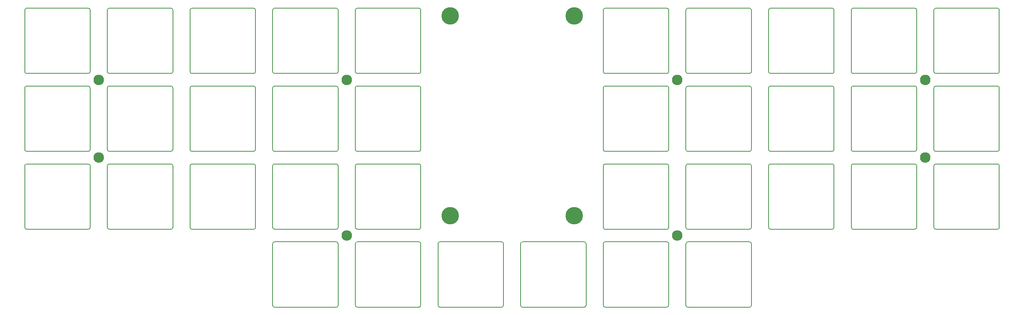
<source format=gbr>
%TF.GenerationSoftware,KiCad,Pcbnew,7.0.1*%
%TF.CreationDate,2023-03-24T14:03:16-04:00*%
%TF.ProjectId,kurp,6b757270-2e6b-4696-9361-645f70636258,v1.0.0*%
%TF.SameCoordinates,Original*%
%TF.FileFunction,Soldermask,Top*%
%TF.FilePolarity,Negative*%
%FSLAX46Y46*%
G04 Gerber Fmt 4.6, Leading zero omitted, Abs format (unit mm)*
G04 Created by KiCad (PCBNEW 7.0.1) date 2023-03-24 14:03:16*
%MOMM*%
%LPD*%
G01*
G04 APERTURE LIST*
%ADD10C,0.150000*%
%ADD11C,3.800000*%
%ADD12C,2.300000*%
G04 APERTURE END LIST*
D10*
X11275000Y-7125000D02*
X24725000Y-7125000D01*
X25125000Y-6725000D02*
X25125000Y6725000D01*
X24725000Y7125000D02*
X11275000Y7125000D01*
X10875000Y6725000D02*
X10875000Y-6725000D01*
X11275000Y9875000D02*
X24725000Y9875000D01*
X25125000Y10275000D02*
X25125000Y23725000D01*
X24725000Y24125000D02*
X11275000Y24125000D01*
X10875000Y23725000D02*
X10875000Y10275000D01*
X11275000Y26875000D02*
X24725000Y26875000D01*
X25125000Y27275000D02*
X25125000Y40725000D01*
X24725000Y41125000D02*
X11275000Y41125000D01*
X10875000Y40725000D02*
X10875000Y27275000D01*
X29275000Y-7125000D02*
X42725000Y-7125000D01*
X43125000Y-6725000D02*
X43125000Y6725000D01*
X42725000Y7125000D02*
X29275000Y7125000D01*
X28875000Y6725000D02*
X28875000Y-6725000D01*
X29275000Y9875000D02*
X42725000Y9875000D01*
X43125000Y10275000D02*
X43125000Y23725000D01*
X42725000Y24125000D02*
X29275000Y24125000D01*
X28875000Y23725000D02*
X28875000Y10275000D01*
X29275000Y26875000D02*
X42725000Y26875000D01*
X43125000Y27275000D02*
X43125000Y40725000D01*
X42725000Y41125000D02*
X29275000Y41125000D01*
X28875000Y40725000D02*
X28875000Y27275000D01*
X47275000Y-7125000D02*
X60725000Y-7125000D01*
X61125000Y-6725000D02*
X61125000Y6725000D01*
X60725000Y7125000D02*
X47275000Y7125000D01*
X46875000Y6725000D02*
X46875000Y-6725000D01*
X47275000Y9875000D02*
X60725000Y9875000D01*
X61125000Y10275000D02*
X61125000Y23725000D01*
X60725000Y24125000D02*
X47275000Y24125000D01*
X46875000Y23725000D02*
X46875000Y10275000D01*
X47275000Y26875000D02*
X60725000Y26875000D01*
X61125000Y27275000D02*
X61125000Y40725000D01*
X60725000Y41125000D02*
X47275000Y41125000D01*
X46875000Y40725000D02*
X46875000Y27275000D01*
X65275000Y-7125000D02*
X78725000Y-7125000D01*
X79125000Y-6725000D02*
X79125000Y6725000D01*
X78725000Y7125000D02*
X65275000Y7125000D01*
X64875000Y6725000D02*
X64875000Y-6725000D01*
X65275000Y9875000D02*
X78725000Y9875000D01*
X79125000Y10275000D02*
X79125000Y23725000D01*
X78725000Y24125000D02*
X65275000Y24125000D01*
X64875000Y23725000D02*
X64875000Y10275000D01*
X65275000Y26875000D02*
X78725000Y26875000D01*
X79125000Y27275000D02*
X79125000Y40725000D01*
X78725000Y41125000D02*
X65275000Y41125000D01*
X64875000Y40725000D02*
X64875000Y27275000D01*
X83275000Y-7125000D02*
X96725000Y-7125000D01*
X97125000Y-6725000D02*
X97125000Y6725000D01*
X96725000Y7125000D02*
X83275000Y7125000D01*
X82875000Y6725000D02*
X82875000Y-6725000D01*
X83275000Y9875000D02*
X96725000Y9875000D01*
X97125000Y10275000D02*
X97125000Y23725000D01*
X96725000Y24125000D02*
X83275000Y24125000D01*
X82875000Y23725000D02*
X82875000Y10275000D01*
X83275000Y26875000D02*
X96725000Y26875000D01*
X97125000Y27275000D02*
X97125000Y40725000D01*
X96725000Y41125000D02*
X83275000Y41125000D01*
X82875000Y40725000D02*
X82875000Y27275000D01*
X65275000Y-24125000D02*
X78725000Y-24125000D01*
X79125000Y-23725000D02*
X79125000Y-10275000D01*
X78725000Y-9875000D02*
X65275000Y-9875000D01*
X64875000Y-10275000D02*
X64875000Y-23725000D01*
X83275000Y-24125000D02*
X96725000Y-24125000D01*
X97125000Y-23725000D02*
X97125000Y-10275000D01*
X96725000Y-9875000D02*
X83275000Y-9875000D01*
X82875000Y-10275000D02*
X82875000Y-23725000D01*
X101275000Y-24125000D02*
X114725000Y-24125000D01*
X115125000Y-23725000D02*
X115125000Y-10275000D01*
X114725000Y-9875000D02*
X101275000Y-9875000D01*
X100875000Y-10275000D02*
X100875000Y-23725000D01*
X209275000Y-7125000D02*
X222725000Y-7125000D01*
X223125000Y-6725000D02*
X223125000Y6725000D01*
X222725000Y7125000D02*
X209275000Y7125000D01*
X208875000Y6725000D02*
X208875000Y-6725000D01*
X209275000Y9875000D02*
X222725000Y9875000D01*
X223125000Y10275000D02*
X223125000Y23725000D01*
X222725000Y24125000D02*
X209275000Y24125000D01*
X208875000Y23725000D02*
X208875000Y10275000D01*
X209275000Y26875000D02*
X222725000Y26875000D01*
X223125000Y27275000D02*
X223125000Y40725000D01*
X222725000Y41125000D02*
X209275000Y41125000D01*
X208875000Y40725000D02*
X208875000Y27275000D01*
X191275000Y-7125000D02*
X204725000Y-7125000D01*
X205125000Y-6725000D02*
X205125000Y6725000D01*
X204725000Y7125000D02*
X191275000Y7125000D01*
X190875000Y6725000D02*
X190875000Y-6725000D01*
X191275000Y9875000D02*
X204725000Y9875000D01*
X205125000Y10275000D02*
X205125000Y23725000D01*
X204725000Y24125000D02*
X191275000Y24125000D01*
X190875000Y23725000D02*
X190875000Y10275000D01*
X191275000Y26875000D02*
X204725000Y26875000D01*
X205125000Y27275000D02*
X205125000Y40725000D01*
X204725000Y41125000D02*
X191275000Y41125000D01*
X190875000Y40725000D02*
X190875000Y27275000D01*
X173275000Y-7125000D02*
X186725000Y-7125000D01*
X187125000Y-6725000D02*
X187125000Y6725000D01*
X186725000Y7125000D02*
X173275000Y7125000D01*
X172875000Y6725000D02*
X172875000Y-6725000D01*
X173275000Y9875000D02*
X186725000Y9875000D01*
X187125000Y10275000D02*
X187125000Y23725000D01*
X186725000Y24125000D02*
X173275000Y24125000D01*
X172875000Y23725000D02*
X172875000Y10275000D01*
X173275000Y26875000D02*
X186725000Y26875000D01*
X187125000Y27275000D02*
X187125000Y40725000D01*
X186725000Y41125000D02*
X173275000Y41125000D01*
X172875000Y40725000D02*
X172875000Y27275000D01*
X155275000Y-7125000D02*
X168725000Y-7125000D01*
X169125000Y-6725000D02*
X169125000Y6725000D01*
X168725000Y7125000D02*
X155275000Y7125000D01*
X154875000Y6725000D02*
X154875000Y-6725000D01*
X155275000Y9875000D02*
X168725000Y9875000D01*
X169125000Y10275000D02*
X169125000Y23725000D01*
X168725000Y24125000D02*
X155275000Y24125000D01*
X154875000Y23725000D02*
X154875000Y10275000D01*
X155275000Y26875000D02*
X168725000Y26875000D01*
X169125000Y27275000D02*
X169125000Y40725000D01*
X168725000Y41125000D02*
X155275000Y41125000D01*
X154875000Y40725000D02*
X154875000Y27275000D01*
X137275000Y-7125000D02*
X150725000Y-7125000D01*
X151125000Y-6725000D02*
X151125000Y6725000D01*
X150725000Y7125000D02*
X137275000Y7125000D01*
X136875000Y6725000D02*
X136875000Y-6725000D01*
X137275000Y9875000D02*
X150725000Y9875000D01*
X151125000Y10275000D02*
X151125000Y23725000D01*
X150725000Y24125000D02*
X137275000Y24125000D01*
X136875000Y23725000D02*
X136875000Y10275000D01*
X137275000Y26875000D02*
X150725000Y26875000D01*
X151125000Y27275000D02*
X151125000Y40725000D01*
X150725000Y41125000D02*
X137275000Y41125000D01*
X136875000Y40725000D02*
X136875000Y27275000D01*
X155275000Y-24125000D02*
X168725000Y-24125000D01*
X169125000Y-23725000D02*
X169125000Y-10275000D01*
X168725000Y-9875000D02*
X155275000Y-9875000D01*
X154875000Y-10275000D02*
X154875000Y-23725000D01*
X137275000Y-24125000D02*
X150725000Y-24125000D01*
X151125000Y-23725000D02*
X151125000Y-10275000D01*
X150725000Y-9875000D02*
X137275000Y-9875000D01*
X136875000Y-10275000D02*
X136875000Y-23725000D01*
X119275000Y-24125000D02*
X132725000Y-24125000D01*
X133125000Y-23725000D02*
X133125000Y-10275000D01*
X132725000Y-9875000D02*
X119275000Y-9875000D01*
X118875000Y-10275000D02*
X118875000Y-23725000D01*
X24725000Y-7125000D02*
G75*
G03*
X25125000Y-6725000I0J400000D01*
G01*
X25125000Y6725000D02*
G75*
G03*
X24725000Y7125000I-400000J0D01*
G01*
X11275000Y7125000D02*
G75*
G03*
X10875000Y6725000I0J-400000D01*
G01*
X10875000Y-6725000D02*
G75*
G03*
X11275000Y-7125000I400000J0D01*
G01*
X24725000Y9875000D02*
G75*
G03*
X25125000Y10275000I0J400000D01*
G01*
X25125000Y23725000D02*
G75*
G03*
X24725000Y24125000I-400000J0D01*
G01*
X11275000Y24125000D02*
G75*
G03*
X10875000Y23725000I0J-400000D01*
G01*
X10875000Y10275000D02*
G75*
G03*
X11275000Y9875000I400000J0D01*
G01*
X24725000Y26875000D02*
G75*
G03*
X25125000Y27275000I0J400000D01*
G01*
X25125000Y40725000D02*
G75*
G03*
X24725000Y41125000I-400000J0D01*
G01*
X11275000Y41125000D02*
G75*
G03*
X10875000Y40725000I0J-400000D01*
G01*
X10875000Y27275000D02*
G75*
G03*
X11275000Y26875000I400000J0D01*
G01*
X42725000Y-7125000D02*
G75*
G03*
X43125000Y-6725000I0J400000D01*
G01*
X43125000Y6725000D02*
G75*
G03*
X42725000Y7125000I-400000J0D01*
G01*
X29275000Y7125000D02*
G75*
G03*
X28875000Y6725000I0J-400000D01*
G01*
X28875000Y-6725000D02*
G75*
G03*
X29275000Y-7125000I400000J0D01*
G01*
X42725000Y9875000D02*
G75*
G03*
X43125000Y10275000I0J400000D01*
G01*
X43125000Y23725000D02*
G75*
G03*
X42725000Y24125000I-400000J0D01*
G01*
X29275000Y24125000D02*
G75*
G03*
X28875000Y23725000I0J-400000D01*
G01*
X28875000Y10275000D02*
G75*
G03*
X29275000Y9875000I400000J0D01*
G01*
X42725000Y26875000D02*
G75*
G03*
X43125000Y27275000I0J400000D01*
G01*
X43125000Y40725000D02*
G75*
G03*
X42725000Y41125000I-400000J0D01*
G01*
X29275000Y41125000D02*
G75*
G03*
X28875000Y40725000I0J-400000D01*
G01*
X28875000Y27275000D02*
G75*
G03*
X29275000Y26875000I400000J0D01*
G01*
X60725000Y-7125000D02*
G75*
G03*
X61125000Y-6725000I0J400000D01*
G01*
X61125000Y6725000D02*
G75*
G03*
X60725000Y7125000I-400000J0D01*
G01*
X47275000Y7125000D02*
G75*
G03*
X46875000Y6725000I0J-400000D01*
G01*
X46875000Y-6725000D02*
G75*
G03*
X47275000Y-7125000I400000J0D01*
G01*
X60725000Y9875000D02*
G75*
G03*
X61125000Y10275000I0J400000D01*
G01*
X61125000Y23725000D02*
G75*
G03*
X60725000Y24125000I-400000J0D01*
G01*
X47275000Y24125000D02*
G75*
G03*
X46875000Y23725000I0J-400000D01*
G01*
X46875000Y10275000D02*
G75*
G03*
X47275000Y9875000I400000J0D01*
G01*
X60725000Y26875000D02*
G75*
G03*
X61125000Y27275000I0J400000D01*
G01*
X61125000Y40725000D02*
G75*
G03*
X60725000Y41125000I-400000J0D01*
G01*
X47275000Y41125000D02*
G75*
G03*
X46875000Y40725000I0J-400000D01*
G01*
X46875000Y27275000D02*
G75*
G03*
X47275000Y26875000I400000J0D01*
G01*
X78725000Y-7125000D02*
G75*
G03*
X79125000Y-6725000I0J400000D01*
G01*
X79125000Y6725000D02*
G75*
G03*
X78725000Y7125000I-400000J0D01*
G01*
X65275000Y7125000D02*
G75*
G03*
X64875000Y6725000I0J-400000D01*
G01*
X64875000Y-6725000D02*
G75*
G03*
X65275000Y-7125000I400000J0D01*
G01*
X78725000Y9875000D02*
G75*
G03*
X79125000Y10275000I0J400000D01*
G01*
X79125000Y23725000D02*
G75*
G03*
X78725000Y24125000I-400000J0D01*
G01*
X65275000Y24125000D02*
G75*
G03*
X64875000Y23725000I0J-400000D01*
G01*
X64875000Y10275000D02*
G75*
G03*
X65275000Y9875000I400000J0D01*
G01*
X78725000Y26875000D02*
G75*
G03*
X79125000Y27275000I0J400000D01*
G01*
X79125000Y40725000D02*
G75*
G03*
X78725000Y41125000I-400000J0D01*
G01*
X65275000Y41125000D02*
G75*
G03*
X64875000Y40725000I0J-400000D01*
G01*
X64875000Y27275000D02*
G75*
G03*
X65275000Y26875000I400000J0D01*
G01*
X96725000Y-7125000D02*
G75*
G03*
X97125000Y-6725000I0J400000D01*
G01*
X97125000Y6725000D02*
G75*
G03*
X96725000Y7125000I-400000J0D01*
G01*
X83275000Y7125000D02*
G75*
G03*
X82875000Y6725000I0J-400000D01*
G01*
X82875000Y-6725000D02*
G75*
G03*
X83275000Y-7125000I400000J0D01*
G01*
X96725000Y9875000D02*
G75*
G03*
X97125000Y10275000I0J400000D01*
G01*
X97125000Y23725000D02*
G75*
G03*
X96725000Y24125000I-400000J0D01*
G01*
X83275000Y24125000D02*
G75*
G03*
X82875000Y23725000I0J-400000D01*
G01*
X82875000Y10275000D02*
G75*
G03*
X83275000Y9875000I400000J0D01*
G01*
X96725000Y26875000D02*
G75*
G03*
X97125000Y27275000I0J400000D01*
G01*
X97125000Y40725000D02*
G75*
G03*
X96725000Y41125000I-400000J0D01*
G01*
X83275000Y41125000D02*
G75*
G03*
X82875000Y40725000I0J-400000D01*
G01*
X82875000Y27275000D02*
G75*
G03*
X83275000Y26875000I400000J0D01*
G01*
X78725000Y-24125000D02*
G75*
G03*
X79125000Y-23725000I0J400000D01*
G01*
X79125000Y-10275000D02*
G75*
G03*
X78725000Y-9875000I-400000J0D01*
G01*
X65275000Y-9875000D02*
G75*
G03*
X64875000Y-10275000I0J-400000D01*
G01*
X64875000Y-23725000D02*
G75*
G03*
X65275000Y-24125000I400000J0D01*
G01*
X96725000Y-24125000D02*
G75*
G03*
X97125000Y-23725000I0J400000D01*
G01*
X97125000Y-10275000D02*
G75*
G03*
X96725000Y-9875000I-400000J0D01*
G01*
X83275000Y-9875000D02*
G75*
G03*
X82875000Y-10275000I0J-400000D01*
G01*
X82875000Y-23725000D02*
G75*
G03*
X83275000Y-24125000I400000J0D01*
G01*
X114725000Y-24125000D02*
G75*
G03*
X115125000Y-23725000I0J400000D01*
G01*
X115125000Y-10275000D02*
G75*
G03*
X114725000Y-9875000I-400000J0D01*
G01*
X101275000Y-9875000D02*
G75*
G03*
X100875000Y-10275000I0J-400000D01*
G01*
X100875000Y-23725000D02*
G75*
G03*
X101275000Y-24125000I400000J0D01*
G01*
X222725000Y-7125000D02*
G75*
G03*
X223125000Y-6725000I0J400000D01*
G01*
X223125000Y6725000D02*
G75*
G03*
X222725000Y7125000I-400000J0D01*
G01*
X209275000Y7125000D02*
G75*
G03*
X208875000Y6725000I0J-400000D01*
G01*
X208875000Y-6725000D02*
G75*
G03*
X209275000Y-7125000I400000J0D01*
G01*
X222725000Y9875000D02*
G75*
G03*
X223125000Y10275000I0J400000D01*
G01*
X223125000Y23725000D02*
G75*
G03*
X222725000Y24125000I-400000J0D01*
G01*
X209275000Y24125000D02*
G75*
G03*
X208875000Y23725000I0J-400000D01*
G01*
X208875000Y10275000D02*
G75*
G03*
X209275000Y9875000I400000J0D01*
G01*
X222725000Y26875000D02*
G75*
G03*
X223125000Y27275000I0J400000D01*
G01*
X223125000Y40725000D02*
G75*
G03*
X222725000Y41125000I-400000J0D01*
G01*
X209275000Y41125000D02*
G75*
G03*
X208875000Y40725000I0J-400000D01*
G01*
X208875000Y27275000D02*
G75*
G03*
X209275000Y26875000I400000J0D01*
G01*
X204725000Y-7125000D02*
G75*
G03*
X205125000Y-6725000I0J400000D01*
G01*
X205125000Y6725000D02*
G75*
G03*
X204725000Y7125000I-400000J0D01*
G01*
X191275000Y7125000D02*
G75*
G03*
X190875000Y6725000I0J-400000D01*
G01*
X190875000Y-6725000D02*
G75*
G03*
X191275000Y-7125000I400000J0D01*
G01*
X204725000Y9875000D02*
G75*
G03*
X205125000Y10275000I0J400000D01*
G01*
X205125000Y23725000D02*
G75*
G03*
X204725000Y24125000I-400000J0D01*
G01*
X191275000Y24125000D02*
G75*
G03*
X190875000Y23725000I0J-400000D01*
G01*
X190875000Y10275000D02*
G75*
G03*
X191275000Y9875000I400000J0D01*
G01*
X204725000Y26875000D02*
G75*
G03*
X205125000Y27275000I0J400000D01*
G01*
X205125000Y40725000D02*
G75*
G03*
X204725000Y41125000I-400000J0D01*
G01*
X191275000Y41125000D02*
G75*
G03*
X190875000Y40725000I0J-400000D01*
G01*
X190875000Y27275000D02*
G75*
G03*
X191275000Y26875000I400000J0D01*
G01*
X186725000Y-7125000D02*
G75*
G03*
X187125000Y-6725000I0J400000D01*
G01*
X187125000Y6725000D02*
G75*
G03*
X186725000Y7125000I-400000J0D01*
G01*
X173275000Y7125000D02*
G75*
G03*
X172875000Y6725000I0J-400000D01*
G01*
X172875000Y-6725000D02*
G75*
G03*
X173275000Y-7125000I400000J0D01*
G01*
X186725000Y9875000D02*
G75*
G03*
X187125000Y10275000I0J400000D01*
G01*
X187125000Y23725000D02*
G75*
G03*
X186725000Y24125000I-400000J0D01*
G01*
X173275000Y24125000D02*
G75*
G03*
X172875000Y23725000I0J-400000D01*
G01*
X172875000Y10275000D02*
G75*
G03*
X173275000Y9875000I400000J0D01*
G01*
X186725000Y26875000D02*
G75*
G03*
X187125000Y27275000I0J400000D01*
G01*
X187125000Y40725000D02*
G75*
G03*
X186725000Y41125000I-400000J0D01*
G01*
X173275000Y41125000D02*
G75*
G03*
X172875000Y40725000I0J-400000D01*
G01*
X172875000Y27275000D02*
G75*
G03*
X173275000Y26875000I400000J0D01*
G01*
X168725000Y-7125000D02*
G75*
G03*
X169125000Y-6725000I0J400000D01*
G01*
X169125000Y6725000D02*
G75*
G03*
X168725000Y7125000I-400000J0D01*
G01*
X155275000Y7125000D02*
G75*
G03*
X154875000Y6725000I0J-400000D01*
G01*
X154875000Y-6725000D02*
G75*
G03*
X155275000Y-7125000I400000J0D01*
G01*
X168725000Y9875000D02*
G75*
G03*
X169125000Y10275000I0J400000D01*
G01*
X169125000Y23725000D02*
G75*
G03*
X168725000Y24125000I-400000J0D01*
G01*
X155275000Y24125000D02*
G75*
G03*
X154875000Y23725000I0J-400000D01*
G01*
X154875000Y10275000D02*
G75*
G03*
X155275000Y9875000I400000J0D01*
G01*
X168725000Y26875000D02*
G75*
G03*
X169125000Y27275000I0J400000D01*
G01*
X169125000Y40725000D02*
G75*
G03*
X168725000Y41125000I-400000J0D01*
G01*
X155275000Y41125000D02*
G75*
G03*
X154875000Y40725000I0J-400000D01*
G01*
X154875000Y27275000D02*
G75*
G03*
X155275000Y26875000I400000J0D01*
G01*
X150725000Y-7125000D02*
G75*
G03*
X151125000Y-6725000I0J400000D01*
G01*
X151125000Y6725000D02*
G75*
G03*
X150725000Y7125000I-400000J0D01*
G01*
X137275000Y7125000D02*
G75*
G03*
X136875000Y6725000I0J-400000D01*
G01*
X136875000Y-6725000D02*
G75*
G03*
X137275000Y-7125000I400000J0D01*
G01*
X150725000Y9875000D02*
G75*
G03*
X151125000Y10275000I0J400000D01*
G01*
X151125000Y23725000D02*
G75*
G03*
X150725000Y24125000I-400000J0D01*
G01*
X137275000Y24125000D02*
G75*
G03*
X136875000Y23725000I0J-400000D01*
G01*
X136875000Y10275000D02*
G75*
G03*
X137275000Y9875000I400000J0D01*
G01*
X150725000Y26875000D02*
G75*
G03*
X151125000Y27275000I0J400000D01*
G01*
X151125000Y40725000D02*
G75*
G03*
X150725000Y41125000I-400000J0D01*
G01*
X137275000Y41125000D02*
G75*
G03*
X136875000Y40725000I0J-400000D01*
G01*
X136875000Y27275000D02*
G75*
G03*
X137275000Y26875000I400000J0D01*
G01*
X168725000Y-24125000D02*
G75*
G03*
X169125000Y-23725000I0J400000D01*
G01*
X169125000Y-10275000D02*
G75*
G03*
X168725000Y-9875000I-400000J0D01*
G01*
X155275000Y-9875000D02*
G75*
G03*
X154875000Y-10275000I0J-400000D01*
G01*
X154875000Y-23725000D02*
G75*
G03*
X155275000Y-24125000I400000J0D01*
G01*
X150725000Y-24125000D02*
G75*
G03*
X151125000Y-23725000I0J400000D01*
G01*
X151125000Y-10275000D02*
G75*
G03*
X150725000Y-9875000I-400000J0D01*
G01*
X137275000Y-9875000D02*
G75*
G03*
X136875000Y-10275000I0J-400000D01*
G01*
X136875000Y-23725000D02*
G75*
G03*
X137275000Y-24125000I400000J0D01*
G01*
X132725000Y-24125000D02*
G75*
G03*
X133125000Y-23725000I0J400000D01*
G01*
X133125000Y-10275000D02*
G75*
G03*
X132725000Y-9875000I-400000J0D01*
G01*
X119275000Y-9875000D02*
G75*
G03*
X118875000Y-10275000I0J-400000D01*
G01*
X118875000Y-23725000D02*
G75*
G03*
X119275000Y-24125000I400000J0D01*
G01*
D11*
%TO.C,H8*%
X130500000Y-4200000D03*
%TD*%
%TO.C,H7*%
X103500000Y-4200000D03*
%TD*%
%TO.C,H6*%
X130500000Y39400000D03*
%TD*%
%TO.C,H5*%
X103500000Y39400000D03*
%TD*%
D12*
%TO.C,H12*%
X153000000Y-8500000D03*
%TD*%
%TO.C,H11*%
X81000000Y-8500000D03*
%TD*%
%TO.C,H10*%
X153000000Y25500000D03*
%TD*%
%TO.C,H9*%
X81000000Y25500000D03*
%TD*%
%TO.C,H4*%
X207000000Y8500000D03*
%TD*%
%TO.C,H3*%
X27000000Y8500000D03*
%TD*%
%TO.C,H2*%
X207000000Y25500000D03*
%TD*%
%TO.C,H1*%
X27000000Y25500000D03*
%TD*%
M02*

</source>
